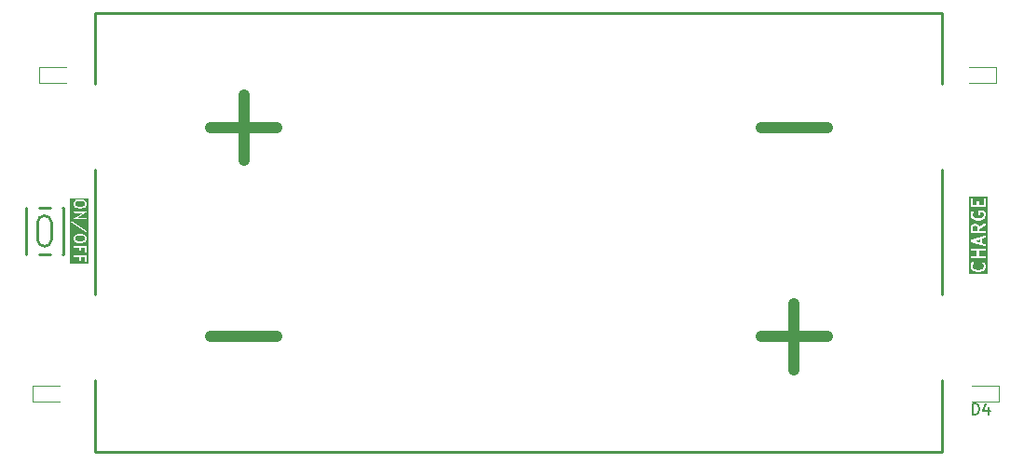
<source format=gbr>
%TF.GenerationSoftware,KiCad,Pcbnew,8.0.2*%
%TF.CreationDate,2024-07-08T12:14:41+08:00*%
%TF.ProjectId,bat_rf,6261745f-7266-42e6-9b69-6361645f7063,rev?*%
%TF.SameCoordinates,Original*%
%TF.FileFunction,Legend,Top*%
%TF.FilePolarity,Positive*%
%FSLAX46Y46*%
G04 Gerber Fmt 4.6, Leading zero omitted, Abs format (unit mm)*
G04 Created by KiCad (PCBNEW 8.0.2) date 2024-07-08 12:14:41*
%MOMM*%
%LPD*%
G01*
G04 APERTURE LIST*
%ADD10C,0.200000*%
%ADD11C,0.150000*%
%ADD12C,0.254000*%
%ADD13C,1.000000*%
%ADD14C,0.120000*%
G04 APERTURE END LIST*
D10*
G36*
X151401295Y-90245221D02*
G01*
X150955978Y-90097521D01*
X151400331Y-89948665D01*
X151401295Y-90245221D01*
G37*
G36*
X151095315Y-88747792D02*
G01*
X151130696Y-88781844D01*
X151171397Y-88860659D01*
X151171998Y-89009698D01*
X151171337Y-89013447D01*
X151172026Y-89016557D01*
X151172757Y-89198048D01*
X150742345Y-89198726D01*
X150741006Y-88866338D01*
X150779255Y-88787277D01*
X150813308Y-88751895D01*
X150892370Y-88711067D01*
X151016816Y-88709815D01*
X151095315Y-88747792D01*
G37*
G36*
X152076075Y-93073183D02*
G01*
X150409409Y-93073183D01*
X150409409Y-92325564D01*
X150542742Y-92325564D01*
X150544388Y-92440235D01*
X150543527Y-92452357D01*
X150544632Y-92457217D01*
X150544663Y-92459359D01*
X150545674Y-92461801D01*
X150547874Y-92471473D01*
X150601806Y-92628243D01*
X150601807Y-92630789D01*
X150606976Y-92643269D01*
X150613008Y-92660802D01*
X150615362Y-92663517D01*
X150616738Y-92666837D01*
X150629175Y-92681990D01*
X150744315Y-92794712D01*
X150752859Y-92804564D01*
X150757113Y-92807241D01*
X150758614Y-92808711D01*
X150761051Y-92809720D01*
X150769450Y-92815007D01*
X150878523Y-92867776D01*
X150885743Y-92873126D01*
X150900413Y-92878367D01*
X150902044Y-92879156D01*
X150902764Y-92879207D01*
X150904203Y-92879721D01*
X151127403Y-92933738D01*
X151137519Y-92937929D01*
X151149654Y-92939123D01*
X151152167Y-92939732D01*
X151153625Y-92939514D01*
X151157028Y-92939850D01*
X151322896Y-92938181D01*
X151333318Y-92939732D01*
X151345330Y-92937955D01*
X151347966Y-92937929D01*
X151349329Y-92937364D01*
X151352711Y-92936864D01*
X151573685Y-92879849D01*
X151583441Y-92879156D01*
X151598071Y-92873557D01*
X151599743Y-92873126D01*
X151600324Y-92872695D01*
X151601749Y-92872150D01*
X151715364Y-92813477D01*
X151726871Y-92808712D01*
X151730735Y-92805540D01*
X151732626Y-92804564D01*
X151734357Y-92802567D01*
X151742024Y-92796275D01*
X151844729Y-92691369D01*
X151846912Y-92690278D01*
X151855563Y-92680302D01*
X151868747Y-92666837D01*
X151870122Y-92663517D01*
X151872477Y-92660802D01*
X151880468Y-92642901D01*
X151935735Y-92471635D01*
X151940821Y-92459359D01*
X151941314Y-92454348D01*
X151941957Y-92452357D01*
X151941769Y-92449723D01*
X151942742Y-92439850D01*
X151941095Y-92325178D01*
X151941957Y-92313057D01*
X151940851Y-92308195D01*
X151940821Y-92306055D01*
X151939810Y-92303614D01*
X151937611Y-92293942D01*
X151883678Y-92137171D01*
X151883678Y-92134627D01*
X151878510Y-92122149D01*
X151872477Y-92104613D01*
X151870121Y-92101897D01*
X151868747Y-92098578D01*
X151856310Y-92083425D01*
X151784014Y-92013846D01*
X151747966Y-91998914D01*
X151708948Y-91998914D01*
X151672900Y-92013846D01*
X151645310Y-92041436D01*
X151630378Y-92077484D01*
X151630378Y-92116502D01*
X151645310Y-92152550D01*
X151657746Y-92167704D01*
X151697773Y-92206227D01*
X151742912Y-92337436D01*
X151744096Y-92419931D01*
X151700387Y-92555381D01*
X151615971Y-92641606D01*
X151528426Y-92686814D01*
X151322650Y-92739908D01*
X151175310Y-92741390D01*
X150969903Y-92691679D01*
X150876183Y-92646337D01*
X150787989Y-92559994D01*
X150742571Y-92427976D01*
X150741387Y-92345482D01*
X150785221Y-92209650D01*
X150840175Y-92152551D01*
X150855106Y-92116502D01*
X150855106Y-92077484D01*
X150840175Y-92041436D01*
X150812585Y-92013846D01*
X150776537Y-91998915D01*
X150737519Y-91998915D01*
X150701470Y-92013846D01*
X150686317Y-92026283D01*
X150639971Y-92074438D01*
X150638574Y-92075137D01*
X150631959Y-92082763D01*
X150616738Y-92098579D01*
X150615363Y-92101897D01*
X150613008Y-92104613D01*
X150605017Y-92122513D01*
X150549747Y-92293780D01*
X150544663Y-92306055D01*
X150544169Y-92311064D01*
X150543527Y-92313056D01*
X150543714Y-92315690D01*
X150542742Y-92325564D01*
X150409409Y-92325564D01*
X150409409Y-90877484D01*
X150544663Y-90877484D01*
X150544663Y-90916502D01*
X150559595Y-90952550D01*
X150587185Y-90980140D01*
X150623233Y-90995072D01*
X150642742Y-90996993D01*
X151114441Y-90996249D01*
X151115769Y-91483852D01*
X150623233Y-91484628D01*
X150587185Y-91499560D01*
X150559595Y-91527150D01*
X150544663Y-91563198D01*
X150544663Y-91602216D01*
X150559595Y-91638264D01*
X150587185Y-91665854D01*
X150623233Y-91680786D01*
X150642742Y-91682707D01*
X151862251Y-91680786D01*
X151898299Y-91665854D01*
X151925889Y-91638264D01*
X151940821Y-91602216D01*
X151940821Y-91563198D01*
X151925889Y-91527150D01*
X151898299Y-91499560D01*
X151862251Y-91484628D01*
X151842742Y-91482707D01*
X151313900Y-91483540D01*
X151312572Y-90995937D01*
X151862251Y-90995072D01*
X151898299Y-90980140D01*
X151925889Y-90952550D01*
X151940821Y-90916502D01*
X151940821Y-90877484D01*
X151925889Y-90841436D01*
X151898299Y-90813846D01*
X151862251Y-90798914D01*
X151842742Y-90796993D01*
X150623233Y-90798914D01*
X150587185Y-90813846D01*
X150559595Y-90841436D01*
X150544663Y-90877484D01*
X150409409Y-90877484D01*
X150409409Y-90084486D01*
X150543527Y-90084486D01*
X150544415Y-90096993D01*
X150543527Y-90109500D01*
X150545786Y-90116278D01*
X150546293Y-90123406D01*
X150551899Y-90134618D01*
X150555865Y-90146516D01*
X150560548Y-90151915D01*
X150563743Y-90158305D01*
X150573214Y-90166520D01*
X150581430Y-90175992D01*
X150587819Y-90179186D01*
X150593219Y-90183870D01*
X150611119Y-90191861D01*
X151472910Y-90477693D01*
X151480376Y-90480786D01*
X151482234Y-90480786D01*
X151830234Y-90596208D01*
X151869155Y-90593442D01*
X151904053Y-90575992D01*
X151929619Y-90546516D01*
X151941957Y-90509500D01*
X151939191Y-90470580D01*
X151921741Y-90435681D01*
X151892265Y-90410116D01*
X151874365Y-90402125D01*
X151599651Y-90311010D01*
X151598258Y-89882360D01*
X151892265Y-89783870D01*
X151921741Y-89758305D01*
X151939191Y-89723406D01*
X151941957Y-89684486D01*
X151929619Y-89647470D01*
X151904053Y-89617994D01*
X151869155Y-89600544D01*
X151830234Y-89597778D01*
X151811119Y-89602125D01*
X150623263Y-90000051D01*
X150616329Y-90000544D01*
X150605237Y-90006089D01*
X150593219Y-90010116D01*
X150587819Y-90014799D01*
X150581430Y-90017994D01*
X150573214Y-90027465D01*
X150563743Y-90035681D01*
X150560548Y-90042070D01*
X150555865Y-90047470D01*
X150551899Y-90059367D01*
X150546293Y-90070580D01*
X150545786Y-90077707D01*
X150543527Y-90084486D01*
X150409409Y-90084486D01*
X150409409Y-88839850D01*
X150542742Y-88839850D01*
X150544663Y-89316502D01*
X150559595Y-89352550D01*
X150587185Y-89380140D01*
X150623233Y-89395072D01*
X150642742Y-89396993D01*
X151862251Y-89395072D01*
X151898299Y-89380140D01*
X151925889Y-89352550D01*
X151940821Y-89316502D01*
X151940821Y-89277484D01*
X151925889Y-89241436D01*
X151898299Y-89213846D01*
X151862251Y-89198914D01*
X151842742Y-89196993D01*
X151370913Y-89197736D01*
X151370374Y-89063835D01*
X151914969Y-88680441D01*
X151935938Y-88647536D01*
X151942719Y-88609111D01*
X151934279Y-88571017D01*
X151911904Y-88539052D01*
X151878999Y-88518083D01*
X151840574Y-88511302D01*
X151802480Y-88519742D01*
X151785396Y-88529356D01*
X151369400Y-88822216D01*
X151369393Y-88820341D01*
X151368017Y-88817020D01*
X151367763Y-88813437D01*
X151360757Y-88795129D01*
X151302080Y-88681506D01*
X151297318Y-88670007D01*
X151294147Y-88666144D01*
X151293171Y-88664253D01*
X151291173Y-88662520D01*
X151284881Y-88654854D01*
X151225639Y-88597839D01*
X151218340Y-88589422D01*
X151214159Y-88586790D01*
X151212585Y-88585275D01*
X151210148Y-88584265D01*
X151201750Y-88578979D01*
X151099844Y-88529677D01*
X151098299Y-88528132D01*
X151086832Y-88523382D01*
X151069155Y-88514830D01*
X151065571Y-88514575D01*
X151062251Y-88513200D01*
X151042742Y-88511279D01*
X150886191Y-88512854D01*
X150883822Y-88512064D01*
X150870481Y-88513012D01*
X150851805Y-88513200D01*
X150848484Y-88514575D01*
X150844901Y-88514830D01*
X150826593Y-88521836D01*
X150712970Y-88580511D01*
X150701470Y-88585275D01*
X150697607Y-88588445D01*
X150695716Y-88589422D01*
X150693983Y-88591419D01*
X150686317Y-88597712D01*
X150629303Y-88656951D01*
X150620885Y-88664253D01*
X150618254Y-88668432D01*
X150616738Y-88670008D01*
X150615727Y-88672446D01*
X150610443Y-88680843D01*
X150561141Y-88782746D01*
X150559595Y-88784293D01*
X150554843Y-88795762D01*
X150546293Y-88813437D01*
X150546038Y-88817020D01*
X150544663Y-88820341D01*
X150542742Y-88839850D01*
X150409409Y-88839850D01*
X150409409Y-87582708D01*
X150542742Y-87582708D01*
X150544460Y-87753509D01*
X150543527Y-87766643D01*
X150544641Y-87771545D01*
X150544663Y-87773645D01*
X150545674Y-87776087D01*
X150547874Y-87785759D01*
X150601806Y-87942529D01*
X150601807Y-87945075D01*
X150606976Y-87957555D01*
X150613008Y-87975088D01*
X150615362Y-87977803D01*
X150616738Y-87981123D01*
X150629175Y-87996276D01*
X150744315Y-88108998D01*
X150752859Y-88118850D01*
X150757113Y-88121527D01*
X150758614Y-88122997D01*
X150761051Y-88124006D01*
X150769450Y-88129293D01*
X150878523Y-88182062D01*
X150885743Y-88187412D01*
X150900413Y-88192653D01*
X150902044Y-88193442D01*
X150902764Y-88193493D01*
X150904203Y-88194007D01*
X151127403Y-88248024D01*
X151137519Y-88252215D01*
X151149654Y-88253409D01*
X151152167Y-88254018D01*
X151153625Y-88253800D01*
X151157028Y-88254136D01*
X151322896Y-88252467D01*
X151333318Y-88254018D01*
X151345330Y-88252241D01*
X151347966Y-88252215D01*
X151349329Y-88251650D01*
X151352711Y-88251150D01*
X151573685Y-88194135D01*
X151583441Y-88193442D01*
X151598071Y-88187843D01*
X151599743Y-88187412D01*
X151600324Y-88186981D01*
X151601749Y-88186436D01*
X151715364Y-88127763D01*
X151726871Y-88122998D01*
X151730735Y-88119826D01*
X151732626Y-88118850D01*
X151734357Y-88116853D01*
X151742024Y-88110561D01*
X151844729Y-88005655D01*
X151846912Y-88004564D01*
X151855563Y-87994588D01*
X151868747Y-87981123D01*
X151870122Y-87977803D01*
X151872477Y-87975088D01*
X151880468Y-87957187D01*
X151935735Y-87785921D01*
X151940821Y-87773645D01*
X151941314Y-87768634D01*
X151941957Y-87766643D01*
X151941769Y-87764009D01*
X151942742Y-87754136D01*
X151941095Y-87639464D01*
X151941957Y-87627343D01*
X151940851Y-87622481D01*
X151940821Y-87620341D01*
X151939810Y-87617900D01*
X151937611Y-87608228D01*
X151883678Y-87451457D01*
X151883678Y-87448913D01*
X151878510Y-87436435D01*
X151872477Y-87418899D01*
X151870121Y-87416183D01*
X151868747Y-87412864D01*
X151856310Y-87397711D01*
X151784014Y-87328132D01*
X151747966Y-87313200D01*
X151728457Y-87311279D01*
X151308948Y-87313200D01*
X151272900Y-87328132D01*
X151245310Y-87355722D01*
X151230378Y-87391770D01*
X151228457Y-87411279D01*
X151230378Y-87659359D01*
X151245310Y-87695407D01*
X151272900Y-87722997D01*
X151308948Y-87737929D01*
X151347966Y-87737929D01*
X151384014Y-87722997D01*
X151411604Y-87695407D01*
X151426536Y-87659359D01*
X151428457Y-87639850D01*
X151427457Y-87510825D01*
X151686475Y-87509639D01*
X151697773Y-87520513D01*
X151742912Y-87651722D01*
X151744096Y-87734217D01*
X151700387Y-87869667D01*
X151615971Y-87955892D01*
X151528426Y-88001100D01*
X151322650Y-88054194D01*
X151175310Y-88055676D01*
X150969903Y-88005965D01*
X150876183Y-87960623D01*
X150787989Y-87874280D01*
X150742624Y-87742415D01*
X150741278Y-87608633D01*
X150796334Y-87494835D01*
X150799100Y-87455914D01*
X150786761Y-87418899D01*
X150761197Y-87389422D01*
X150726298Y-87371972D01*
X150687378Y-87369207D01*
X150650362Y-87381546D01*
X150620885Y-87407110D01*
X150610442Y-87423700D01*
X150561140Y-87525605D01*
X150559595Y-87527151D01*
X150554845Y-87538617D01*
X150546293Y-87556295D01*
X150546038Y-87559878D01*
X150544663Y-87563199D01*
X150542742Y-87582708D01*
X150409409Y-87582708D01*
X150409409Y-86325565D01*
X150542742Y-86325565D01*
X150544663Y-86916502D01*
X150559595Y-86952550D01*
X150587185Y-86980140D01*
X150623233Y-86995072D01*
X150642742Y-86996993D01*
X151862251Y-86995072D01*
X151898299Y-86980140D01*
X151925889Y-86952550D01*
X151940821Y-86916502D01*
X151942742Y-86896993D01*
X151940821Y-86306056D01*
X151925889Y-86270008D01*
X151898299Y-86242418D01*
X151862251Y-86227486D01*
X151823233Y-86227486D01*
X151787185Y-86242418D01*
X151759595Y-86270008D01*
X151744663Y-86306056D01*
X151742742Y-86325565D01*
X151744275Y-86797148D01*
X151313716Y-86797826D01*
X151312250Y-86477484D01*
X151297318Y-86441436D01*
X151269728Y-86413846D01*
X151233680Y-86398914D01*
X151194662Y-86398914D01*
X151158614Y-86413846D01*
X151131024Y-86441436D01*
X151116092Y-86477484D01*
X151114171Y-86496993D01*
X151115549Y-86798138D01*
X150742422Y-86798726D01*
X150740821Y-86306056D01*
X150725889Y-86270008D01*
X150698299Y-86242418D01*
X150662251Y-86227486D01*
X150623233Y-86227486D01*
X150587185Y-86242418D01*
X150559595Y-86270008D01*
X150544663Y-86306056D01*
X150542742Y-86325565D01*
X150409409Y-86325565D01*
X150409409Y-86094153D01*
X152076075Y-86094153D01*
X152076075Y-93073183D01*
G37*
D11*
G36*
X69947687Y-89645810D02*
G01*
X70019528Y-89716278D01*
X70055289Y-89785723D01*
X70056379Y-89940892D01*
X70023228Y-90009215D01*
X69950847Y-90083007D01*
X69792675Y-90123700D01*
X69477921Y-90125003D01*
X69312673Y-90084889D01*
X69240833Y-90014422D01*
X69205070Y-89944976D01*
X69203980Y-89789808D01*
X69237132Y-89721484D01*
X69309514Y-89647692D01*
X69467685Y-89606999D01*
X69782439Y-89605696D01*
X69947687Y-89645810D01*
G37*
G36*
X69947687Y-86502953D02*
G01*
X70019528Y-86573421D01*
X70055289Y-86642866D01*
X70056379Y-86798035D01*
X70023228Y-86866358D01*
X69950847Y-86940150D01*
X69792675Y-86980843D01*
X69477921Y-86982146D01*
X69312673Y-86942032D01*
X69240833Y-86871565D01*
X69205070Y-86802119D01*
X69203980Y-86646951D01*
X69237132Y-86578627D01*
X69309514Y-86504835D01*
X69467685Y-86464142D01*
X69782439Y-86462839D01*
X69947687Y-86502953D01*
G37*
G36*
X70363911Y-92145258D02*
G01*
X68705974Y-92145258D01*
X68705974Y-91469766D01*
X69056621Y-91469766D01*
X69056621Y-91499030D01*
X69067820Y-91526066D01*
X69088512Y-91546758D01*
X69115548Y-91557957D01*
X69130180Y-91559398D01*
X69579297Y-91558760D01*
X69580431Y-91832363D01*
X69591630Y-91859399D01*
X69612322Y-91880091D01*
X69639358Y-91891290D01*
X69668622Y-91891290D01*
X69695658Y-91880091D01*
X69716350Y-91859399D01*
X69727549Y-91832363D01*
X69728990Y-91817731D01*
X69727916Y-91558549D01*
X70055396Y-91558083D01*
X70056621Y-91975220D01*
X70067820Y-92002256D01*
X70088512Y-92022948D01*
X70115548Y-92034147D01*
X70144812Y-92034147D01*
X70171848Y-92022948D01*
X70192540Y-92002256D01*
X70203739Y-91975220D01*
X70205180Y-91960588D01*
X70203739Y-91469766D01*
X70192540Y-91442730D01*
X70171848Y-91422038D01*
X70144812Y-91410839D01*
X70130180Y-91409398D01*
X69115548Y-91410839D01*
X69088512Y-91422038D01*
X69067820Y-91442730D01*
X69056621Y-91469766D01*
X68705974Y-91469766D01*
X68705974Y-90612623D01*
X69056621Y-90612623D01*
X69056621Y-90641887D01*
X69067820Y-90668923D01*
X69088512Y-90689615D01*
X69115548Y-90700814D01*
X69130180Y-90702255D01*
X69579297Y-90701617D01*
X69580431Y-90975220D01*
X69591630Y-91002256D01*
X69612322Y-91022948D01*
X69639358Y-91034147D01*
X69668622Y-91034147D01*
X69695658Y-91022948D01*
X69716350Y-91002256D01*
X69727549Y-90975220D01*
X69728990Y-90960588D01*
X69727916Y-90701406D01*
X70055396Y-90700940D01*
X70056621Y-91118077D01*
X70067820Y-91145113D01*
X70088512Y-91165805D01*
X70115548Y-91177004D01*
X70144812Y-91177004D01*
X70171848Y-91165805D01*
X70192540Y-91145113D01*
X70203739Y-91118077D01*
X70205180Y-91103445D01*
X70203739Y-90612623D01*
X70192540Y-90585587D01*
X70171848Y-90564895D01*
X70144812Y-90553696D01*
X70130180Y-90552255D01*
X69115548Y-90553696D01*
X69088512Y-90564895D01*
X69067820Y-90585587D01*
X69056621Y-90612623D01*
X68705974Y-90612623D01*
X68705974Y-89770112D01*
X69055180Y-89770112D01*
X69056438Y-89949200D01*
X69055769Y-89951208D01*
X69056527Y-89961880D01*
X69056621Y-89975220D01*
X69057651Y-89977708D01*
X69057843Y-89980398D01*
X69063098Y-89994130D01*
X69111790Y-90088682D01*
X69115440Y-90097494D01*
X69117823Y-90100398D01*
X69118551Y-90101811D01*
X69120049Y-90103110D01*
X69124767Y-90108859D01*
X69215090Y-90197456D01*
X69217490Y-90201456D01*
X69224350Y-90206539D01*
X69231370Y-90213425D01*
X69236523Y-90215559D01*
X69241002Y-90218878D01*
X69254848Y-90223825D01*
X69441213Y-90269065D01*
X69448882Y-90272242D01*
X69457996Y-90273139D01*
X69459868Y-90273594D01*
X69460960Y-90273431D01*
X69463514Y-90273683D01*
X69791950Y-90272322D01*
X69800493Y-90273594D01*
X69809585Y-90272249D01*
X69811479Y-90272242D01*
X69812500Y-90271819D01*
X69815037Y-90271444D01*
X69997028Y-90224623D01*
X70001954Y-90224623D01*
X70010028Y-90221278D01*
X70019359Y-90218878D01*
X70023840Y-90215557D01*
X70028991Y-90213424D01*
X70040356Y-90204097D01*
X70134293Y-90108329D01*
X70141811Y-90101810D01*
X70143821Y-90098616D01*
X70144922Y-90097494D01*
X70145680Y-90095661D01*
X70149643Y-90089367D01*
X70191318Y-90003477D01*
X70192540Y-90002256D01*
X70196209Y-89993396D01*
X70202517Y-89980398D01*
X70202708Y-89977708D01*
X70203739Y-89975220D01*
X70205180Y-89960588D01*
X70203921Y-89781499D01*
X70204591Y-89779492D01*
X70203832Y-89768819D01*
X70203739Y-89755480D01*
X70202708Y-89752991D01*
X70202517Y-89750302D01*
X70197262Y-89736571D01*
X70148573Y-89642021D01*
X70144922Y-89633206D01*
X70142537Y-89630300D01*
X70141811Y-89628890D01*
X70140314Y-89627591D01*
X70135594Y-89621841D01*
X70045272Y-89533245D01*
X70042871Y-89529244D01*
X70036007Y-89524157D01*
X70028991Y-89517276D01*
X70023840Y-89515142D01*
X70019359Y-89511822D01*
X70005513Y-89506875D01*
X69819147Y-89461634D01*
X69811479Y-89458458D01*
X69802364Y-89457560D01*
X69800493Y-89457106D01*
X69799400Y-89457268D01*
X69796847Y-89457017D01*
X69468410Y-89458377D01*
X69459868Y-89457106D01*
X69450775Y-89458450D01*
X69448882Y-89458458D01*
X69447860Y-89458880D01*
X69445324Y-89459256D01*
X69263333Y-89506077D01*
X69258407Y-89506077D01*
X69250330Y-89509422D01*
X69241002Y-89511822D01*
X69236523Y-89515140D01*
X69231370Y-89517275D01*
X69220005Y-89526603D01*
X69126074Y-89622364D01*
X69118551Y-89628889D01*
X69116538Y-89632086D01*
X69115440Y-89633206D01*
X69114683Y-89635033D01*
X69110718Y-89641332D01*
X69069041Y-89727222D01*
X69067820Y-89728444D01*
X69064149Y-89737303D01*
X69057843Y-89750302D01*
X69057651Y-89752991D01*
X69056621Y-89755480D01*
X69055180Y-89770112D01*
X68705974Y-89770112D01*
X68705974Y-88389239D01*
X68817085Y-88389239D01*
X68822824Y-88417933D01*
X68839107Y-88442248D01*
X68850483Y-88451564D01*
X70149171Y-89315623D01*
X70177879Y-89321302D01*
X70206573Y-89315563D01*
X70230888Y-89299280D01*
X70247121Y-89274930D01*
X70252800Y-89246223D01*
X70247061Y-89217528D01*
X70230777Y-89193213D01*
X70219402Y-89183898D01*
X68920714Y-88319839D01*
X68892006Y-88314160D01*
X68863312Y-88319899D01*
X68838997Y-88336182D01*
X68822764Y-88360531D01*
X68817085Y-88389239D01*
X68705974Y-88389239D01*
X68705974Y-88050587D01*
X69055363Y-88050587D01*
X69056621Y-88060483D01*
X69056621Y-88070458D01*
X69058450Y-88074873D01*
X69059053Y-88079617D01*
X69064003Y-88088281D01*
X69067820Y-88097494D01*
X69071198Y-88100872D01*
X69073572Y-88105026D01*
X69081461Y-88111135D01*
X69088512Y-88118186D01*
X69092928Y-88120015D01*
X69096709Y-88122943D01*
X69106332Y-88125567D01*
X69115548Y-88129385D01*
X69123030Y-88130121D01*
X69124941Y-88130643D01*
X69126416Y-88130455D01*
X69130180Y-88130826D01*
X70144812Y-88129385D01*
X70171848Y-88118186D01*
X70192540Y-88097494D01*
X70203739Y-88070458D01*
X70203739Y-88041194D01*
X70192540Y-88014158D01*
X70171848Y-87993466D01*
X70144812Y-87982267D01*
X70130180Y-87980826D01*
X69410110Y-87981848D01*
X70162809Y-87550501D01*
X70171848Y-87546758D01*
X70175210Y-87543395D01*
X70179380Y-87541006D01*
X70185488Y-87533117D01*
X70192540Y-87526066D01*
X70194370Y-87521647D01*
X70197297Y-87517868D01*
X70199921Y-87508246D01*
X70203739Y-87499030D01*
X70203739Y-87494249D01*
X70204997Y-87489637D01*
X70203739Y-87479740D01*
X70203739Y-87469766D01*
X70201909Y-87465350D01*
X70201307Y-87460607D01*
X70196356Y-87451942D01*
X70192540Y-87442730D01*
X70189161Y-87439351D01*
X70186788Y-87435198D01*
X70178898Y-87429088D01*
X70171848Y-87422038D01*
X70167431Y-87420208D01*
X70163651Y-87417281D01*
X70154027Y-87414656D01*
X70144812Y-87410839D01*
X70137329Y-87410102D01*
X70135419Y-87409581D01*
X70133943Y-87409768D01*
X70130180Y-87409398D01*
X69115548Y-87410839D01*
X69088512Y-87422038D01*
X69067820Y-87442730D01*
X69056621Y-87469766D01*
X69056621Y-87499030D01*
X69067820Y-87526066D01*
X69088512Y-87546758D01*
X69115548Y-87557957D01*
X69130180Y-87559398D01*
X69850249Y-87558375D01*
X69097550Y-87989722D01*
X69088512Y-87993466D01*
X69085149Y-87996828D01*
X69080980Y-87999218D01*
X69074870Y-88007107D01*
X69067820Y-88014158D01*
X69065990Y-88018574D01*
X69063063Y-88022355D01*
X69060438Y-88031978D01*
X69056621Y-88041194D01*
X69056621Y-88045974D01*
X69055363Y-88050587D01*
X68705974Y-88050587D01*
X68705974Y-86627255D01*
X69055180Y-86627255D01*
X69056438Y-86806343D01*
X69055769Y-86808351D01*
X69056527Y-86819023D01*
X69056621Y-86832363D01*
X69057651Y-86834851D01*
X69057843Y-86837541D01*
X69063098Y-86851273D01*
X69111790Y-86945825D01*
X69115440Y-86954637D01*
X69117823Y-86957541D01*
X69118551Y-86958954D01*
X69120049Y-86960253D01*
X69124767Y-86966002D01*
X69215090Y-87054599D01*
X69217490Y-87058599D01*
X69224350Y-87063682D01*
X69231370Y-87070568D01*
X69236523Y-87072702D01*
X69241002Y-87076021D01*
X69254848Y-87080968D01*
X69441213Y-87126208D01*
X69448882Y-87129385D01*
X69457996Y-87130282D01*
X69459868Y-87130737D01*
X69460960Y-87130574D01*
X69463514Y-87130826D01*
X69791950Y-87129465D01*
X69800493Y-87130737D01*
X69809585Y-87129392D01*
X69811479Y-87129385D01*
X69812500Y-87128962D01*
X69815037Y-87128587D01*
X69997028Y-87081766D01*
X70001954Y-87081766D01*
X70010028Y-87078421D01*
X70019359Y-87076021D01*
X70023840Y-87072700D01*
X70028991Y-87070567D01*
X70040356Y-87061240D01*
X70134293Y-86965472D01*
X70141811Y-86958953D01*
X70143821Y-86955759D01*
X70144922Y-86954637D01*
X70145680Y-86952804D01*
X70149643Y-86946510D01*
X70191318Y-86860620D01*
X70192540Y-86859399D01*
X70196209Y-86850539D01*
X70202517Y-86837541D01*
X70202708Y-86834851D01*
X70203739Y-86832363D01*
X70205180Y-86817731D01*
X70203921Y-86638642D01*
X70204591Y-86636635D01*
X70203832Y-86625962D01*
X70203739Y-86612623D01*
X70202708Y-86610134D01*
X70202517Y-86607445D01*
X70197262Y-86593714D01*
X70148573Y-86499164D01*
X70144922Y-86490349D01*
X70142537Y-86487443D01*
X70141811Y-86486033D01*
X70140314Y-86484734D01*
X70135594Y-86478984D01*
X70045272Y-86390388D01*
X70042871Y-86386387D01*
X70036007Y-86381300D01*
X70028991Y-86374419D01*
X70023840Y-86372285D01*
X70019359Y-86368965D01*
X70005513Y-86364018D01*
X69819147Y-86318777D01*
X69811479Y-86315601D01*
X69802364Y-86314703D01*
X69800493Y-86314249D01*
X69799400Y-86314411D01*
X69796847Y-86314160D01*
X69468410Y-86315520D01*
X69459868Y-86314249D01*
X69450775Y-86315593D01*
X69448882Y-86315601D01*
X69447860Y-86316023D01*
X69445324Y-86316399D01*
X69263333Y-86363220D01*
X69258407Y-86363220D01*
X69250330Y-86366565D01*
X69241002Y-86368965D01*
X69236523Y-86372283D01*
X69231370Y-86374418D01*
X69220005Y-86383746D01*
X69126074Y-86479507D01*
X69118551Y-86486032D01*
X69116538Y-86489229D01*
X69115440Y-86490349D01*
X69114683Y-86492176D01*
X69110718Y-86498475D01*
X69069041Y-86584365D01*
X69067820Y-86585587D01*
X69064149Y-86594446D01*
X69057843Y-86607445D01*
X69057651Y-86610134D01*
X69056621Y-86612623D01*
X69055180Y-86627255D01*
X68705974Y-86627255D01*
X68705974Y-86203049D01*
X70363911Y-86203049D01*
X70363911Y-92145258D01*
G37*
X150761905Y-105884819D02*
X150761905Y-104884819D01*
X150761905Y-104884819D02*
X151000000Y-104884819D01*
X151000000Y-104884819D02*
X151142857Y-104932438D01*
X151142857Y-104932438D02*
X151238095Y-105027676D01*
X151238095Y-105027676D02*
X151285714Y-105122914D01*
X151285714Y-105122914D02*
X151333333Y-105313390D01*
X151333333Y-105313390D02*
X151333333Y-105456247D01*
X151333333Y-105456247D02*
X151285714Y-105646723D01*
X151285714Y-105646723D02*
X151238095Y-105741961D01*
X151238095Y-105741961D02*
X151142857Y-105837200D01*
X151142857Y-105837200D02*
X151000000Y-105884819D01*
X151000000Y-105884819D02*
X150761905Y-105884819D01*
X152190476Y-105218152D02*
X152190476Y-105884819D01*
X151952381Y-104837200D02*
X151714286Y-105551485D01*
X151714286Y-105551485D02*
X152333333Y-105551485D01*
D12*
%TO.C,BT1*%
X147981000Y-109239000D02*
X71019000Y-109239000D01*
X147981000Y-102756000D02*
X147981000Y-109239000D01*
X147981000Y-83656000D02*
X147981000Y-94944000D01*
X147981000Y-69361000D02*
X147981000Y-75844000D01*
D13*
X134500000Y-95800000D02*
X134500000Y-101800000D01*
X131500000Y-98800000D02*
X137500000Y-98800000D01*
X131500000Y-79800000D02*
X137500000Y-79800000D01*
X84500000Y-76800000D02*
X84500000Y-82800000D01*
X81500000Y-98800000D02*
X87500000Y-98800000D01*
X81500000Y-79800000D02*
X87500000Y-79800000D01*
D12*
X71019000Y-109239000D02*
X71019000Y-102756000D01*
X71019000Y-94944000D02*
X71019000Y-83656000D01*
X71019000Y-75844000D02*
X71019000Y-69361000D01*
X71019000Y-69361000D02*
X147981000Y-69361000D01*
D14*
%TO.C,D13*%
X65940000Y-74265000D02*
X65940000Y-75735000D01*
X65940000Y-75735000D02*
X68400000Y-75735000D01*
X68400000Y-74265000D02*
X65940000Y-74265000D01*
%TO.C,D4*%
X150700000Y-104735000D02*
X153160000Y-104735000D01*
X153160000Y-103265000D02*
X150700000Y-103265000D01*
X153160000Y-104735000D02*
X153160000Y-103265000D01*
%TO.C,D3*%
X65340000Y-103265000D02*
X65340000Y-104735000D01*
X65340000Y-104735000D02*
X67800000Y-104735000D01*
X67800000Y-103265000D02*
X65340000Y-103265000D01*
%TO.C,D2*%
X150400000Y-75735000D02*
X152860000Y-75735000D01*
X152860000Y-74265000D02*
X150400000Y-74265000D01*
X152860000Y-75735000D02*
X152860000Y-74265000D01*
D12*
%TO.C,SW1*%
X64700000Y-87100000D02*
X64700000Y-91300000D01*
X64769000Y-87100000D02*
X64700000Y-87100000D01*
X64769000Y-91300000D02*
X64700000Y-91300000D01*
X65765000Y-88438000D02*
X65765000Y-89962000D01*
X66919000Y-87100000D02*
X65881000Y-87100000D01*
X66919000Y-91300000D02*
X65881000Y-91300000D01*
X67035000Y-88438000D02*
X67035000Y-89962000D01*
X68100000Y-87100000D02*
X68031000Y-87100000D01*
X68100000Y-87100000D02*
X68100000Y-91300000D01*
X68100000Y-91300000D02*
X68031000Y-91300000D01*
X65764000Y-88437000D02*
G75*
G02*
X67036000Y-88437000I636000J0D01*
G01*
X67034000Y-89960932D02*
G75*
G02*
X65766000Y-89961000I-634000J3932D01*
G01*
%TD*%
M02*

</source>
